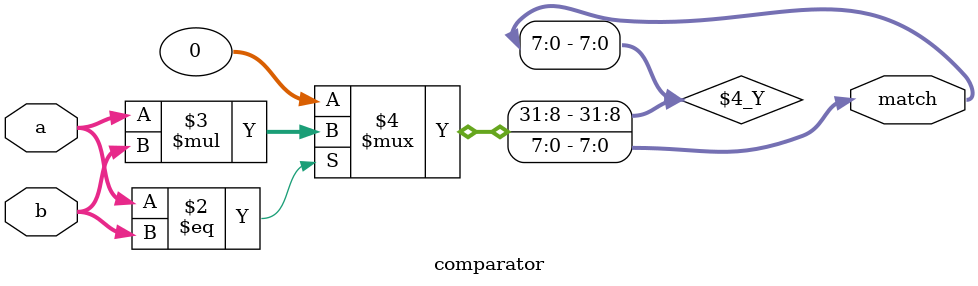
<source format=v>
module comparator #(parameter WIDTH = 4)(
    input  [WIDTH-1:0] a,
    input  [WIDTH-1:0] b,
    output reg [WIDTH*2-1:0] match
);

    always @(*) begin
        match = (a==b) ? a*b : 0;
    end

endmodule

</source>
